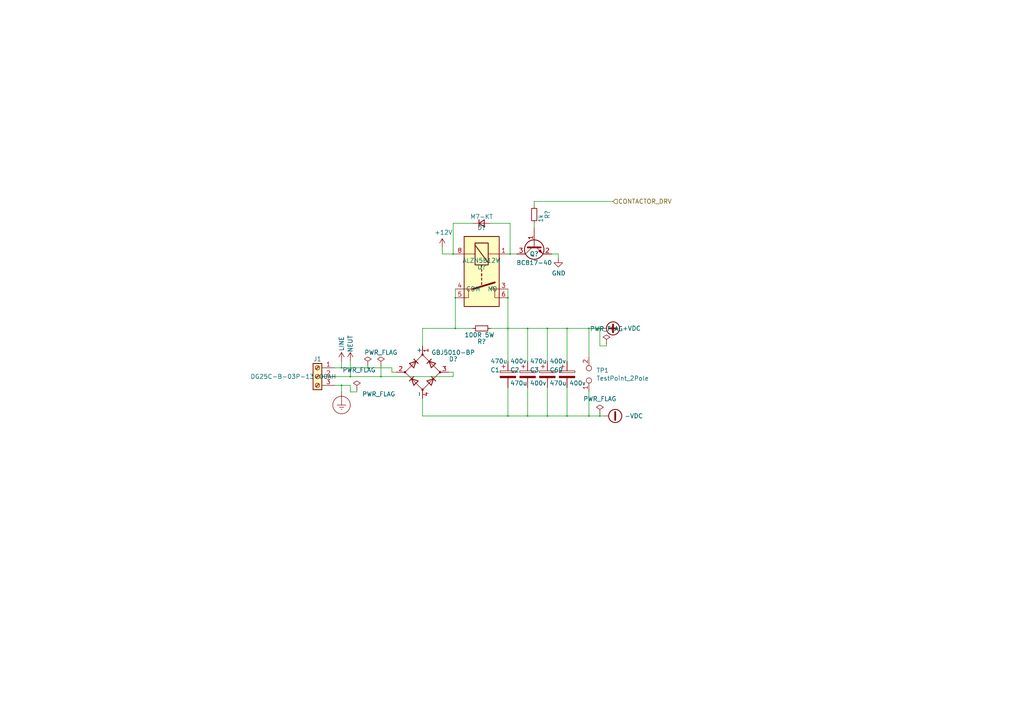
<source format=kicad_sch>
(kicad_sch (version 20200714) (host eeschema "5.99.0-unknown-4b7c88309~102~ubuntu18.04.1")
  (page 4 7)
  (paper "A4")
  (lib_symbols
    (symbol "Connector:Screw_Terminal_01x03" (pin_names hide)
      (property "Reference" "J" (at 0 5.08 0))
      (property "Value" "Screw_Terminal_01x03" (at 0 -5.08 0))
      (symbol "Screw_Terminal_01x03_1_1"
        (circle (center 0 -2.54) (radius 0.635) (stroke (width 0.1524)))
        (circle (center 0 0) (radius 0.635) (stroke (width 0.1524)))
        (circle (center 0 2.54) (radius 0.635) (stroke (width 0.1524)))
        (rectangle (start -1.27 3.81) (end 1.27 -3.81) (stroke (width 0.254)) (fill (type background)))
        (polyline (pts (xy -0.5334 -2.2098) (xy 0.3302 -3.048)) (stroke (width 0.1524)))
        (polyline (pts (xy -0.5334 0.3302) (xy 0.3302 -0.508)) (stroke (width 0.1524)))
        (polyline (pts (xy -0.5334 2.8702) (xy 0.3302 2.032)) (stroke (width 0.1524)))
        (polyline (pts (xy -0.3556 -2.032) (xy 0.508 -2.8702)) (stroke (width 0.1524)))
        (polyline (pts (xy -0.3556 0.508) (xy 0.508 -0.3302)) (stroke (width 0.1524)))
        (polyline (pts (xy -0.3556 3.048) (xy 0.508 2.2098)) (stroke (width 0.1524)))
        (pin passive line (at -5.08 2.54 0) (length 3.81) (name "Pin_1") (number "1"))
        (pin passive line (at -5.08 0 0) (length 3.81) (name "Pin_2") (number "2"))
        (pin passive line (at -5.08 -2.54 0) (length 3.81) (name "Pin_3") (number "3"))
      )
    )
    (symbol "Connector:TestPoint_2Pole" (pin_names (offset 0.762) hide)
      (property "Reference" "TP" (at 0 1.524 0))
      (property "Value" "TestPoint_2Pole" (at 0 -1.778 0))
      (symbol "TestPoint_2Pole_0_1"
        (circle (center -1.778 0) (radius 0.762))
        (circle (center 1.778 0) (radius 0.762))
        (pin passive line (at -5.08 0 0) (length 2.54) (name "1") (number "1"))
        (pin passive line (at 5.08 0 180) (length 2.54) (name "2") (number "2"))
      )
    )
    (symbol "Device:CP" (pin_numbers hide) (pin_names (offset 0.254))
      (property "Reference" "C" (at 0.635 2.54 0))
      (property "Value" "CP" (at 0.635 -2.54 0))
      (symbol "CP_0_1"
        (rectangle (start -2.286 0.508) (end 2.286 1.016))
        (rectangle (start 2.286 -0.508) (end -2.286 -1.016) (fill (type outline)))
        (polyline (pts (xy -1.778 2.286) (xy -0.762 2.286)))
        (polyline (pts (xy -1.27 2.794) (xy -1.27 1.778)))
      )
      (symbol "CP_1_1"
        (pin passive line (at 0 3.81 270) (length 2.794) (name "~") (number "1"))
        (pin passive line (at 0 -3.81 90) (length 2.794) (name "~") (number "2"))
      )
    )
    (symbol "Device:CP_1" (pin_numbers hide) (pin_names (offset 0.254))
      (property "Reference" "C" (at 0.635 2.54 0))
      (property "Value" "CP" (at 0.635 -2.54 0))
      (symbol "CP_1_0_1"
        (rectangle (start -2.286 0.508) (end 2.286 1.016))
        (rectangle (start 2.286 -0.508) (end -2.286 -1.016) (fill (type outline)))
        (polyline (pts (xy -1.778 2.286) (xy -0.762 2.286)))
        (polyline (pts (xy -1.27 2.794) (xy -1.27 1.778)))
      )
      (symbol "CP_1_1_1"
        (pin passive line (at 0 3.81 270) (length 2.794) (name "~") (number "1"))
        (pin passive line (at 0 -3.81 90) (length 2.794) (name "~") (number "2"))
      )
    )
    (symbol "Device:CP_2" (pin_numbers hide) (pin_names (offset 0.254))
      (property "Reference" "C" (at 0.635 2.54 0))
      (property "Value" "CP" (at 0.635 -2.54 0))
      (symbol "CP_2_0_1"
        (rectangle (start -2.286 0.508) (end 2.286 1.016))
        (rectangle (start 2.286 -0.508) (end -2.286 -1.016) (fill (type outline)))
        (polyline (pts (xy -1.778 2.286) (xy -0.762 2.286)))
        (polyline (pts (xy -1.27 2.794) (xy -1.27 1.778)))
      )
      (symbol "CP_2_1_1"
        (pin passive line (at 0 3.81 270) (length 2.794) (name "~") (number "1"))
        (pin passive line (at 0 -3.81 90) (length 2.794) (name "~") (number "2"))
      )
    )
    (symbol "Device:CP_3" (pin_numbers hide) (pin_names (offset 0.254))
      (property "Reference" "C" (at 0.635 2.54 0))
      (property "Value" "CP" (at 0.635 -2.54 0))
      (symbol "CP_3_0_1"
        (rectangle (start -2.286 0.508) (end 2.286 1.016))
        (rectangle (start 2.286 -0.508) (end -2.286 -1.016) (fill (type outline)))
        (polyline (pts (xy -1.778 2.286) (xy -0.762 2.286)))
        (polyline (pts (xy -1.27 2.794) (xy -1.27 1.778)))
      )
      (symbol "CP_3_1_1"
        (pin passive line (at 0 3.81 270) (length 2.794) (name "~") (number "1"))
        (pin passive line (at 0 -3.81 90) (length 2.794) (name "~") (number "2"))
      )
    )
    (symbol "Device:D_Bridge_+AA-" (pin_names (offset 0))
      (property "Reference" "D" (at 2.54 6.985 0))
      (property "Value" "D_Bridge_+AA-" (at 2.54 5.08 0))
      (symbol "D_Bridge_+AA-_0_1"
        (circle (center -5.08 0) (radius 0.254) (fill (type outline)))
        (circle (center 0 -5.08) (radius 0.254) (fill (type outline)))
        (circle (center 0 5.08) (radius 0.254) (fill (type outline)))
        (circle (center 5.08 0) (radius 0.254) (fill (type outline)))
        (polyline (pts (xy -2.54 3.81) (xy -1.27 2.54)) (stroke (width 0.254)))
        (polyline (pts (xy -1.27 -2.54) (xy -2.54 -3.81)) (stroke (width 0.254)))
        (polyline (pts (xy 2.54 -1.27) (xy 3.81 -2.54)) (stroke (width 0.254)))
        (polyline (pts (xy 2.54 1.27) (xy 3.81 2.54)) (stroke (width 0.254)))
        (polyline (pts (xy -3.81 2.54) (xy -2.54 1.27) (xy -1.905 3.175) (xy -3.81 2.54)) (stroke (width 0.254)))
        (polyline (pts (xy -2.54 -1.27) (xy -3.81 -2.54) (xy -1.905 -3.175) (xy -2.54 -1.27)) (stroke (width 0.254)))
        (polyline (pts (xy 1.27 2.54) (xy 2.54 3.81) (xy 3.175 1.905) (xy 1.27 2.54)) (stroke (width 0.254)))
        (polyline (pts (xy 3.175 -1.905) (xy 1.27 -2.54) (xy 2.54 -3.81) (xy 3.175 -1.905)) (stroke (width 0.254)))
        (polyline (pts (xy -5.08 0) (xy 0 -5.08) (xy 5.08 0) (xy 0 5.08) (xy -5.08 0)))
      )
      (symbol "D_Bridge_+AA-_1_1"
        (pin passive line (at 7.62 0 180) (length 2.54) (name "+") (number "1"))
        (pin passive line (at 0 7.62 270) (length 2.54) (name "~~") (number "2"))
        (pin passive line (at 0 -7.62 90) (length 2.54) (name "~~") (number "3"))
        (pin passive line (at -7.62 0 0) (length 2.54) (name "-") (number "4"))
      )
    )
    (symbol "Device:D_Small" (pin_numbers hide) (pin_names (offset 0.254) hide)
      (property "Reference" "D" (at -1.27 2.032 0))
      (property "Value" "D_Small" (at -3.81 -2.032 0))
      (symbol "D_Small_0_1"
        (polyline (pts (xy -0.762 -1.016) (xy -0.762 1.016)) (stroke (width 0.254)))
        (polyline (pts (xy -0.762 0) (xy 0.762 0)))
        (polyline (pts (xy 0.762 -1.016) (xy -0.762 0) (xy 0.762 1.016) (xy 0.762 -1.016)) (stroke (width 0.254)))
      )
      (symbol "D_Small_1_1"
        (pin passive line (at -2.54 0 0) (length 1.778) (name "K") (number "1"))
        (pin passive line (at 2.54 0 180) (length 1.778) (name "A") (number "2"))
      )
    )
    (symbol "Device:Q_NPN_BEC" (pin_names (offset 0) hide)
      (property "Reference" "Q" (at 5.08 1.27 0))
      (property "Value" "Q_NPN_BEC" (at 5.08 -1.27 0))
      (symbol "Q_NPN_BEC_0_1"
        (circle (center 1.27 0) (radius 2.8194) (stroke (width 0.254)))
        (polyline (pts (xy 0.635 0.635) (xy 2.54 2.54)))
        (polyline (pts (xy 0.635 -0.635) (xy 2.54 -2.54) (xy 2.54 -2.54)))
        (polyline (pts (xy 0.635 1.905) (xy 0.635 -1.905) (xy 0.635 -1.905)) (stroke (width 0.508)))
        (polyline (pts (xy 1.27 -1.778) (xy 1.778 -1.27) (xy 2.286 -2.286) (xy 1.27 -1.778) (xy 1.27 -1.778)) (fill (type outline)))
      )
      (symbol "Q_NPN_BEC_1_1"
        (pin input line (at -5.08 0 0) (length 5.715) (name "B") (number "1"))
        (pin passive line (at 2.54 -5.08 90) (length 2.54) (name "E") (number "2"))
        (pin passive line (at 2.54 5.08 270) (length 2.54) (name "C") (number "3"))
      )
    )
    (symbol "Device:R_Small" (pin_numbers hide) (pin_names (offset 0.254) hide)
      (property "Reference" "R" (at 0.762 0.508 0))
      (property "Value" "R_Small" (at 0.762 -1.016 0))
      (symbol "R_Small_0_1"
        (rectangle (start -0.762 1.778) (end 0.762 -1.778) (stroke (width 0.2032)))
      )
      (symbol "R_Small_1_1"
        (pin passive line (at 0 2.54 270) (length 0.762) (name "~") (number "1"))
        (pin passive line (at 0 -2.54 90) (length 0.762) (name "~") (number "2"))
      )
    )
    (symbol "oe_relay:ALZN5B12W"
      (property "Reference" "U" (at 15.24 6.35 0))
      (property "Value" "ALZN5B12W" (at 15.24 8.89 0))
      (symbol "ALZN5B12W_1_1"
        (rectangle (start -10.16 5.08) (end 10.16 -5.08) (stroke (width 0.254)) (fill (type background)))
        (rectangle (start -8.255 1.905) (end -1.905 -1.905) (stroke (width 0.254)))
        (polyline (pts (xy -7.62 -1.905) (xy -2.54 1.905)) (stroke (width 0.254)))
        (polyline (pts (xy -5.08 -5.08) (xy -5.08 -1.905)))
        (polyline (pts (xy -5.08 5.08) (xy -5.08 1.905)))
        (polyline (pts (xy -1.905 0) (xy -1.27 0)) (stroke (width 0.254)))
        (polyline (pts (xy -0.635 0) (xy 0 0)) (stroke (width 0.254)))
        (polyline (pts (xy 0.635 0) (xy 1.27 0)) (stroke (width 0.254)))
        (polyline (pts (xy 0.635 0) (xy 1.27 0)) (stroke (width 0.254)))
        (polyline (pts (xy 1.905 0) (xy 2.54 0)) (stroke (width 0.254)))
        (polyline (pts (xy 3.175 0) (xy 3.81 0)) (stroke (width 0.254)))
        (polyline (pts (xy 5.08 -2.54) (xy 3.175 3.81)) (stroke (width 0.508)))
        (polyline (pts (xy 5.08 -2.54) (xy 5.08 -5.08)))
        (polyline (pts (xy 5.08 3.81) (xy 5.08 5.08)))
        (polyline (pts (xy 5.08 3.81) (xy 5.08 2.54) (xy 4.445 3.175) (xy 5.08 3.81)))
        (pin passive line (at -5.08 7.62 270) (length 2.54) (name "~") (number "1"))
        (pin passive line (at 5.08 7.62 270) (length 2.54) (name "NO") (number "3"))
        (pin passive line (at 5.08 -7.62 90) (length 2.54) (name "COM") (number "4"))
        (pin passive line (at 7.62 -7.62 90) (length 2.54) (name "~") (number "5"))
        (pin passive line (at 7.62 7.62 270) (length 2.54) (name "~") (number "6"))
        (pin passive line (at -5.08 -7.62 90) (length 2.54) (name "~") (number "8"))
      )
      (symbol "ALZN5B12W_0_1"
        (polyline (pts (xy 7.62 -5.08) (xy 7.62 -3.81) (xy 5.08 -3.81)))
        (polyline (pts (xy 7.62 5.08) (xy 7.62 3.81) (xy 5.08 3.81)))
      )
    )
    (symbol "power:+12V" (power) (pin_names (offset 0))
      (property "Value" "+12V" (at 0 3.556 0))
      (symbol "+12V_0_1"
        (polyline (pts (xy -0.762 1.27) (xy 0 2.54)))
        (polyline (pts (xy 0 0) (xy 0 2.54)))
        (polyline (pts (xy 0 2.54) (xy 0.762 1.27)))
      )
      (symbol "+12V_1_1"
        (pin power_in line (at 0 0 90) (length 0) hide (name "+12V") (number "1"))
      )
    )
    (symbol "power:+VDC" (power) (pin_names (offset 0))
      (property "Value" "+VDC" (at 0 6.35 0))
      (symbol "+VDC_0_1"
        (circle (center 0 3.175) (radius 1.905) (stroke (width 0.254)))
        (polyline (pts (xy -1.143 3.175) (xy 1.143 3.175)) (stroke (width 0.508)))
        (polyline (pts (xy 0 0) (xy 0 1.27)))
        (polyline (pts (xy 0 2.032) (xy 0 4.318)) (stroke (width 0.508)))
      )
      (symbol "+VDC_1_1"
        (pin power_in line (at 0 0 90) (length 0) hide (name "+VDC") (number "1"))
      )
    )
    (symbol "power:-VDC" (power) (pin_names (offset 0))
      (property "Value" "-VDC" (at 0 6.35 0))
      (symbol "-VDC_0_1"
        (circle (center 0 3.175) (radius 1.905) (stroke (width 0.254)))
        (polyline (pts (xy -1.143 3.175) (xy 1.143 3.175)) (stroke (width 0.508)))
        (polyline (pts (xy 0 0) (xy 0 1.27)))
      )
      (symbol "-VDC_1_1"
        (pin power_in line (at 0 0 90) (length 0) hide (name "-VDC") (number "1"))
      )
    )
    (symbol "power:Earth_Protective" (power) (pin_names (offset 0))
      (symbol "Earth_Protective_0_1"
        (circle (center 0 -3.81) (radius 2.54))
        (polyline (pts (xy -0.635 -4.445) (xy 0.635 -4.445)))
        (polyline (pts (xy -0.127 -5.08) (xy 0.127 -5.08)))
        (polyline (pts (xy 0 -3.81) (xy 0 0)))
        (polyline (pts (xy 1.27 -3.81) (xy -1.27 -3.81)))
      )
      (symbol "Earth_Protective_1_1"
        (pin power_in line (at 0 0 270) (length 0) hide (name "Earth_Protective") (number "1"))
      )
    )
    (symbol "power:GND" (power) (pin_names (offset 0))
      (property "Value" "GND" (at 0 -3.81 0))
      (symbol "GND_0_1"
        (polyline (pts (xy 0 0) (xy 0 -1.27) (xy 1.27 -1.27) (xy 0 -2.54) (xy -1.27 -1.27) (xy 0 -1.27)))
      )
      (symbol "GND_1_1"
        (pin power_in line (at 0 0 270) (length 0) hide (name "GND") (number "1"))
      )
    )
    (symbol "power:LINE" (power) (pin_names (offset 0))
      (property "Value" "LINE" (at 0 3.81 0))
      (symbol "LINE_0_1"
        (polyline (pts (xy -0.762 1.27) (xy 0 2.54)))
        (polyline (pts (xy 0 0) (xy 0 2.54)))
        (polyline (pts (xy 0 2.54) (xy 0.762 1.27)))
      )
      (symbol "LINE_1_1"
        (pin power_in line (at 0 0 90) (length 0) hide (name "LINE") (number "1"))
      )
    )
    (symbol "power:NEUT" (power) (pin_names (offset 0))
      (property "Value" "NEUT" (at 0 3.81 0))
      (symbol "NEUT_0_1"
        (polyline (pts (xy -0.762 1.27) (xy 0 2.54)))
        (polyline (pts (xy 0 0) (xy 0 2.54)))
        (polyline (pts (xy 0 2.54) (xy 0.762 1.27)))
      )
      (symbol "NEUT_1_1"
        (pin power_in line (at 0 0 90) (length 0) hide (name "NEUT") (number "1"))
      )
    )
    (symbol "power:PWR_FLAG" (power) (pin_numbers hide) (pin_names (offset 0) hide)
      (property "Value" "PWR_FLAG" (at 0 3.81 0))
      (symbol "PWR_FLAG_0_1"
        (polyline (pts (xy 0 0) (xy 0 1.27) (xy -1.016 1.905) (xy 0 2.54) (xy 1.016 1.905) (xy 0 1.27)))
      )
      (symbol "PWR_FLAG_0_0"
        (pin power_out line (at 0 0 90) (length 0) (name "pwr") (number "1"))
      )
    )
  )
  (junction (at 99.06 106.68) (diameter 0.3048))
  (junction (at 99.06 111.76) (diameter 0.3048))
  (junction (at 101.6 109.22) (diameter 0.3048))
  (junction (at 106.68 106.68) (diameter 0.3048))
  (junction (at 110.49 109.22) (diameter 0.3048))
  (junction (at 131.445 73.66) (diameter 0.3048))
  (junction (at 132.08 86.36) (diameter 0.3048))
  (junction (at 132.08 95.25) (diameter 0.3048))
  (junction (at 147.32 86.36) (diameter 0.3048))
  (junction (at 147.32 95.25) (diameter 0.3048))
  (junction (at 147.32 120.65) (diameter 0.3048))
  (junction (at 147.955 73.66) (diameter 0.3048))
  (junction (at 153.035 95.25) (diameter 0.3048))
  (junction (at 153.035 120.65) (diameter 0.3048))
  (junction (at 158.75 95.25) (diameter 0.3048))
  (junction (at 158.75 120.65) (diameter 0.3048))
  (junction (at 164.465 95.25) (diameter 0.3048))
  (junction (at 164.465 120.65) (diameter 0.3048))
  (junction (at 170.815 95.25) (diameter 0.3048))
  (junction (at 170.815 120.65) (diameter 0.3048))
  (junction (at 173.99 95.25) (diameter 0.3048))
  (junction (at 173.99 120.65) (diameter 0.3048))
  (wire (pts (xy 97.155 106.68) (xy 99.06 106.68)))
  (wire (pts (xy 97.155 109.22) (xy 101.6 109.22)))
  (wire (pts (xy 97.155 111.76) (xy 99.06 111.76)))
  (wire (pts (xy 99.06 106.68) (xy 99.06 104.775)))
  (wire (pts (xy 99.06 106.68) (xy 106.68 106.68)))
  (wire (pts (xy 99.06 111.76) (xy 99.06 113.665)))
  (wire (pts (xy 99.06 111.76) (xy 101.6 111.76)))
  (wire (pts (xy 101.6 104.775) (xy 101.6 109.22)))
  (wire (pts (xy 101.6 109.22) (xy 110.49 109.22)))
  (wire (pts (xy 101.6 111.76) (xy 101.6 113.665)))
  (wire (pts (xy 101.6 113.665) (xy 103.505 113.665)))
  (wire (pts (xy 103.505 113.03) (xy 103.505 113.665)))
  (wire (pts (xy 106.68 106.045) (xy 106.68 106.68)))
  (wire (pts (xy 106.68 106.68) (xy 113.665 106.68)))
  (wire (pts (xy 110.49 106.045) (xy 110.49 109.22)))
  (wire (pts (xy 110.49 109.22) (xy 131.445 109.22)))
  (wire (pts (xy 113.665 106.68) (xy 113.665 107.95)))
  (wire (pts (xy 113.665 107.95) (xy 114.935 107.95)))
  (wire (pts (xy 122.555 95.25) (xy 122.555 100.33)))
  (wire (pts (xy 122.555 95.25) (xy 132.08 95.25)))
  (wire (pts (xy 122.555 115.57) (xy 122.555 120.65)))
  (wire (pts (xy 122.555 120.65) (xy 147.32 120.65)))
  (wire (pts (xy 128.27 71.755) (xy 128.27 73.66)))
  (wire (pts (xy 128.27 73.66) (xy 131.445 73.66)))
  (wire (pts (xy 131.445 64.77) (xy 131.445 73.66)))
  (wire (pts (xy 131.445 73.66) (xy 132.08 73.66)))
  (wire (pts (xy 131.445 107.95) (xy 130.175 107.95)))
  (wire (pts (xy 131.445 109.22) (xy 131.445 107.95)))
  (wire (pts (xy 132.08 83.82) (xy 132.08 86.36)))
  (wire (pts (xy 132.08 86.36) (xy 132.08 95.25)))
  (wire (pts (xy 137.16 64.77) (xy 131.445 64.77)))
  (wire (pts (xy 137.16 95.25) (xy 132.08 95.25)))
  (wire (pts (xy 142.24 64.77) (xy 147.955 64.77)))
  (wire (pts (xy 147.32 73.66) (xy 147.955 73.66)))
  (wire (pts (xy 147.32 83.82) (xy 147.32 86.36)))
  (wire (pts (xy 147.32 86.36) (xy 147.32 95.25)))
  (wire (pts (xy 147.32 95.25) (xy 142.24 95.25)))
  (wire (pts (xy 147.32 104.775) (xy 147.32 95.25)))
  (wire (pts (xy 147.32 112.395) (xy 147.32 120.65)))
  (wire (pts (xy 147.32 120.65) (xy 153.035 120.65)))
  (wire (pts (xy 147.955 64.77) (xy 147.955 73.66)))
  (wire (pts (xy 147.955 73.66) (xy 149.86 73.66)))
  (wire (pts (xy 153.035 95.25) (xy 147.32 95.25)))
  (wire (pts (xy 153.035 95.25) (xy 158.75 95.25)))
  (wire (pts (xy 153.035 104.775) (xy 153.035 95.25)))
  (wire (pts (xy 153.035 112.395) (xy 153.035 120.65)))
  (wire (pts (xy 153.035 120.65) (xy 158.75 120.65)))
  (wire (pts (xy 154.94 58.42) (xy 154.94 59.69)))
  (wire (pts (xy 154.94 64.77) (xy 154.94 66.04)))
  (wire (pts (xy 158.75 95.25) (xy 158.75 104.775)))
  (wire (pts (xy 158.75 95.25) (xy 164.465 95.25)))
  (wire (pts (xy 158.75 112.395) (xy 158.75 120.65)))
  (wire (pts (xy 158.75 120.65) (xy 164.465 120.65)))
  (wire (pts (xy 160.02 73.66) (xy 161.925 73.66)))
  (wire (pts (xy 161.925 73.66) (xy 161.925 74.93)))
  (wire (pts (xy 164.465 95.25) (xy 164.465 104.775)))
  (wire (pts (xy 164.465 95.25) (xy 170.815 95.25)))
  (wire (pts (xy 164.465 112.395) (xy 164.465 120.65)))
  (wire (pts (xy 164.465 120.65) (xy 170.815 120.65)))
  (wire (pts (xy 170.815 95.25) (xy 170.815 103.505)))
  (wire (pts (xy 170.815 95.25) (xy 173.99 95.25)))
  (wire (pts (xy 170.815 113.665) (xy 170.815 120.65)))
  (wire (pts (xy 170.815 120.65) (xy 173.99 120.65)))
  (wire (pts (xy 173.99 95.25) (xy 173.99 100.33)))
  (wire (pts (xy 173.99 95.25) (xy 174.625 95.25)))
  (wire (pts (xy 173.99 100.33) (xy 175.895 100.33)))
  (wire (pts (xy 173.99 120.015) (xy 173.99 120.65)))
  (wire (pts (xy 173.99 120.65) (xy 175.26 120.65)))
  (wire (pts (xy 175.895 99.695) (xy 175.895 100.33)))
  (wire (pts (xy 177.8 58.42) (xy 154.94 58.42)))
  (hierarchical_label "CONTACTOR_DRV" (shape input) (at 177.8 58.42 0))
  (symbol (lib_id "power:PWR_FLAG") (at 103.505 113.03 0) (unit 1)
    (property "Reference" "#FLG0103" (effects hide))
    (property "Value" "PWR_FLAG" (at 109.855 114.3 0))
  )
  (symbol (lib_id "power:PWR_FLAG") (at 106.68 106.045 0) (unit 1)
    (property "Reference" "#FLG0102" (effects hide))
    (property "Value" "PWR_FLAG" (at 104.14 107.315 0))
  )
  (symbol (lib_id "power:PWR_FLAG") (at 110.49 106.045 0) (unit 1)
    (property "Reference" "#FLG0101" (effects hide))
    (property "Value" "PWR_FLAG" (at 110.49 102.235 0))
  )
  (symbol (lib_id "power:PWR_FLAG") (at 173.99 120.015 0) (unit 1)
    (property "Reference" "#FLG0106" (effects hide))
    (property "Value" "PWR_FLAG" (at 173.99 115.6906 0))
  )
  (symbol (lib_id "power:PWR_FLAG") (at 175.895 99.695 0) (unit 1)
    (property "Reference" "#FLG0107" (effects hide))
    (property "Value" "PWR_FLAG" (at 175.895 95.377 0))
  )
  (symbol (lib_id "power:LINE") (at 99.06 104.775 0) (unit 1)
    (property "Reference" "#PWR01" (effects hide))
    (property "Value" "LINE" (at 99.06 99.695 90))
  )
  (symbol (lib_id "power:NEUT") (at 101.6 104.775 0) (unit 1)
    (property "Reference" "#PWR03" (effects hide))
    (property "Value" "NEUT" (at 101.6 99.695 90))
  )
  (symbol (lib_id "power:+12V") (at 128.27 71.755 0) (unit 1)
    (property "Reference" "#PWR?" (effects hide))
    (property "Value" "+12V" (at 128.6383 67.4306 0))
  )
  (symbol (lib_id "power:GND") (at 161.925 74.93 0) (unit 1)
    (property "Reference" "#PWR?" (effects hide))
    (property "Value" "GND" (at 162.0393 79.2544 0))
  )
  (symbol (lib_id "Device:R_Small") (at 139.7 95.25 90) (unit 1)
    (property "Reference" "R?" (at 139.7 99.06 90))
    (property "Value" "100R 5W" (at 139.065 97.155 90))
    (property "Link" "https://ozdisan.com/passive-components/resistors/tht-through-hole-resistors/MOR05WJ0101B00" (effects hide))
    (property "Price" "0.16618 USD" (effects hide))
  )
  (symbol (lib_id "Device:R_Small") (at 154.94 62.23 180) (unit 1)
    (property "Reference" "R?" (at 158.75 62.23 90))
    (property "Value" "1k " (at 156.845 62.865 90))
    (property "Footprint" "Resistor_SMD:R_0805_2012Metric" (effects hide))
    (property "Link" "https://ozdisan.com/passive-components/resistors/smt-smd-and-chip-resistors/0805S8J0102T5E" (effects hide))
    (property "Price" "0.00221 USD" (effects hide))
  )
  (symbol (lib_id "Device:D_Small") (at 139.7 64.77 0) (unit 1)
    (property "Reference" "D?" (at 139.7 66.04 0))
    (property "Value" "M7-KT" (at 139.7 62.865 0))
    (property "Link" "https://ozdisan.com/power-semiconductors/diodes-diode-modules-and-rectifiers/general-purpose-diodes/M7-KT" (effects hide))
    (property "Price" "0.01131 USD" (effects hide))
  )
  (symbol (lib_id "power:+VDC") (at 174.625 95.25 270) (unit 1)
    (property "Reference" "#PWR04" (effects hide))
    (property "Value" "+VDC" (at 180.4671 95.25 90) (effects (justify left)))
  )
  (symbol (lib_id "power:-VDC") (at 175.26 120.65 270) (unit 1)
    (property "Reference" "#PWR05" (effects hide))
    (property "Value" "-VDC" (at 181.1021 120.65 90) (effects (justify left)))
  )
  (symbol (lib_id "Connector:TestPoint_2Pole") (at 170.815 108.585 90) (unit 1)
    (property "Reference" "TP1" (at 172.9487 107.4356 90) (effects (justify right)))
    (property "Value" "TestPoint_2Pole" (at 172.9487 109.7343 90) (effects (justify right)))
    (property "Footprint" "Connector_PinHeader_2.54mm:PinHeader_1x02_P2.54mm_Vertical" (effects hide))
    (property "Link" "https://ozdisan.com/connectors-and-interconnects/headers/pin-headers/DS1021-1X2SF11-B" (effects hide))
    (property "Price" "0.01305 USD" (effects hide))
  )
  (symbol (lib_id "power:Earth_Protective") (at 99.06 113.665 0) (unit 1)
    (property "Reference" "#PWR02" (effects hide))
    (property "Value" "Earth_Protective" (effects hide))
  )
  (symbol (lib_name "Device:CP_1") (lib_id "Device:CP") (at 147.32 108.585 0) (unit 1)
    (property "Reference" "C1" (at 142.24 107.315 0) (effects (justify left)))
    (property "Value" "470u 400v" (at 142.24 104.775 0) (effects (justify left)))
    (property "Footprint" "oe_capacitor:CP_Radial_D35.0mm_P10.00mm_SnapIn" (effects hide))
    (property "Link" "https://ozdisan.com/passive-components/capacitors/aluminum-capacitors/K054004710PM0E050" (effects hide))
    (property "Price" "3.43189 USD" (effects hide))
  )
  (symbol (lib_id "Device:CP") (at 153.035 108.585 0) (unit 1)
    (property "Reference" "C2" (at 147.955 107.315 0) (effects (justify left)))
    (property "Value" "470u 400v" (at 147.955 111.125 0) (effects (justify left)))
    (property "Footprint" "oe_capacitor:CP_Radial_D35.0mm_P10.00mm_SnapIn" (effects hide))
    (property "Link" "https://ozdisan.com/passive-components/capacitors/aluminum-capacitors/K054004710PM0E050" (effects hide))
    (property "Price" "3.43189 USD" (effects hide))
  )
  (symbol (lib_name "Device:CP_2") (lib_id "Device:CP") (at 158.75 108.585 0) (unit 1)
    (property "Reference" "C3" (at 153.67 107.315 0) (effects (justify left)))
    (property "Value" "470u 400v" (at 153.67 104.775 0) (effects (justify left)))
    (property "Footprint" "oe_capacitor:CP_Radial_D35.0mm_P10.00mm_SnapIn" (effects hide))
    (property "Link" "https://ozdisan.com/passive-components/capacitors/aluminum-capacitors/K054004710PM0E050" (effects hide))
    (property "Price" "3.43189 USD" (effects hide))
  )
  (symbol (lib_name "Device:CP_3") (lib_id "Device:CP") (at 164.465 108.585 0) (unit 1)
    (property "Reference" "C69" (at 159.385 107.315 0) (effects (justify left)))
    (property "Value" "470u 400v" (at 159.385 111.125 0) (effects (justify left)))
    (property "Footprint" "oe_capacitor:CP_Radial_D35.0mm_P10.00mm_SnapIn" (effects hide))
    (property "Link" "https://ozdisan.com/passive-components/capacitors/aluminum-capacitors/K054004710PM0E050" (effects hide))
    (property "Price" "3.43189 USD" (effects hide))
  )
  (symbol (lib_id "Connector:Screw_Terminal_01x03") (at 92.075 109.22 0) (mirror y) (unit 1)
    (property "Reference" "J1" (at 92.075 104.14 0))
    (property "Value" "DG25C-B-03P-13-00AH" (at 85.09 109.22 0))
    (property "Footprint" "oe_connector:DG25C-B-03P-13-00AH" (effects hide))
    (property "Link" "https://ozdisan.com/connectors-and-interconnects/terminal-blocks/barrier-terminal-blocks/DG25C-B-03P-13-00AH" (effects hide))
    (property "Price" "0.27554 USD" (effects hide))
  )
  (symbol (lib_id "Device:Q_NPN_BEC") (at 154.94 71.12 90) (mirror x) (unit 1)
    (property "Reference" "Q?" (at 154.94 73.66 90))
    (property "Value" "BC817-40" (at 154.94 76.2 90))
    (property "Footprint" "Package_TO_SOT_SMD:SOT-23" (effects hide))
    (property "Link" "https://ozdisan.com/power-semiconductors/transistors/discrete-transistors/BC817-40215" (effects hide))
    (property "Price" "0.02086 USD" (effects hide))
  )
  (symbol (lib_id "Device:D_Bridge_+AA-") (at 122.555 107.95 90) (unit 1)
    (property "Reference" "D?" (at 130.175 104.14 90) (effects (justify right)))
    (property "Value" "GBJ5010-BP" (at 125.095 102.235 90) (effects (justify right)))
    (property "Link" "https://ozdisan.com/power-semiconductors/diodes-diode-modules-and-rectifiers/bridge-diodes/GBJ5010-BP" (effects hide))
    (property "Price" "1.83678 USD" (effects hide))
  )
  (symbol (lib_id "oe_relay:ALZN5B12W") (at 139.7 78.74 270) (unit 1)
    (property "Reference" "U?" (at 139.7 77.47 90))
    (property "Value" "ALZN5B12W" (at 139.7 75.565 90))
    (property "Link" "https://ozdisan.com/Product/Detail/600643/ALZN5B12W" (effects hide))
    (property "Price" "1.11804 USD" (effects hide))
  )
)
</source>
